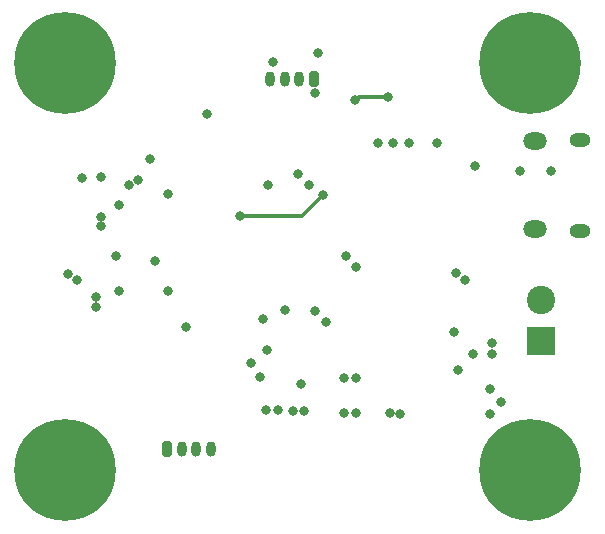
<source format=gbr>
%TF.GenerationSoftware,KiCad,Pcbnew,(6.0.1)*%
%TF.CreationDate,2022-05-18T16:29:04+06:30*%
%TF.ProjectId,STM32_USB_Buck,53544d33-325f-4555-9342-5f4275636b2e,v1.0*%
%TF.SameCoordinates,Original*%
%TF.FileFunction,Copper,L4,Bot*%
%TF.FilePolarity,Positive*%
%FSLAX46Y46*%
G04 Gerber Fmt 4.6, Leading zero omitted, Abs format (unit mm)*
G04 Created by KiCad (PCBNEW (6.0.1)) date 2022-05-18 16:29:04*
%MOMM*%
%LPD*%
G01*
G04 APERTURE LIST*
G04 Aperture macros list*
%AMRoundRect*
0 Rectangle with rounded corners*
0 $1 Rounding radius*
0 $2 $3 $4 $5 $6 $7 $8 $9 X,Y pos of 4 corners*
0 Add a 4 corners polygon primitive as box body*
4,1,4,$2,$3,$4,$5,$6,$7,$8,$9,$2,$3,0*
0 Add four circle primitives for the rounded corners*
1,1,$1+$1,$2,$3*
1,1,$1+$1,$4,$5*
1,1,$1+$1,$6,$7*
1,1,$1+$1,$8,$9*
0 Add four rect primitives between the rounded corners*
20,1,$1+$1,$2,$3,$4,$5,0*
20,1,$1+$1,$4,$5,$6,$7,0*
20,1,$1+$1,$6,$7,$8,$9,0*
20,1,$1+$1,$8,$9,$2,$3,0*%
G04 Aperture macros list end*
%TA.AperFunction,ComponentPad*%
%ADD10C,0.900000*%
%TD*%
%TA.AperFunction,ComponentPad*%
%ADD11C,8.600000*%
%TD*%
%TA.AperFunction,ComponentPad*%
%ADD12RoundRect,0.200000X-0.200000X-0.450000X0.200000X-0.450000X0.200000X0.450000X-0.200000X0.450000X0*%
%TD*%
%TA.AperFunction,ComponentPad*%
%ADD13O,0.800000X1.300000*%
%TD*%
%TA.AperFunction,ComponentPad*%
%ADD14RoundRect,0.200000X0.200000X0.450000X-0.200000X0.450000X-0.200000X-0.450000X0.200000X-0.450000X0*%
%TD*%
%TA.AperFunction,ComponentPad*%
%ADD15R,2.400000X2.400000*%
%TD*%
%TA.AperFunction,ComponentPad*%
%ADD16C,2.400000*%
%TD*%
%TA.AperFunction,ComponentPad*%
%ADD17O,1.800000X1.150000*%
%TD*%
%TA.AperFunction,ComponentPad*%
%ADD18O,2.000000X1.450000*%
%TD*%
%TA.AperFunction,ViaPad*%
%ADD19C,0.800000*%
%TD*%
%TA.AperFunction,Conductor*%
%ADD20C,0.300000*%
%TD*%
G04 APERTURE END LIST*
D10*
%TO.P,H1,1,1*%
%TO.N,GND*%
X166339019Y-90723219D03*
X161778181Y-86162381D03*
X161778181Y-90723219D03*
X167283600Y-88442800D03*
D11*
X164058600Y-88442800D03*
D10*
X164058600Y-85217800D03*
X164058600Y-91667800D03*
X160833600Y-88442800D03*
X166339019Y-86162381D03*
%TD*%
%TO.P,H3,1,1*%
%TO.N,GND*%
X166339019Y-120655581D03*
X164058600Y-119711000D03*
X161778181Y-120655581D03*
D11*
X164058600Y-122936000D03*
D10*
X160833600Y-122936000D03*
X167283600Y-122936000D03*
X166339019Y-125216419D03*
X164058600Y-126161000D03*
X161778181Y-125216419D03*
%TD*%
D12*
%TO.P,J3,1,Pin_1*%
%TO.N,+3V3*%
X133325000Y-121150000D03*
D13*
%TO.P,J3,2,Pin_2*%
%TO.N,USART3_TX*%
X134575000Y-121150000D03*
%TO.P,J3,3,Pin_3*%
%TO.N,USART3_RX*%
X135825000Y-121150000D03*
%TO.P,J3,4,Pin_4*%
%TO.N,GND*%
X137075000Y-121150000D03*
%TD*%
D14*
%TO.P,J2,1,Pin_1*%
%TO.N,+3V3*%
X145800000Y-89800000D03*
D13*
%TO.P,J2,2,Pin_2*%
%TO.N,I2C1_SCL*%
X144550000Y-89800000D03*
%TO.P,J2,3,Pin_3*%
%TO.N,I2C1_SDA*%
X143300000Y-89800000D03*
%TO.P,J2,4,Pin_4*%
%TO.N,GND*%
X142050000Y-89800000D03*
%TD*%
D11*
%TO.P,H2,1,1*%
%TO.N,GND*%
X124714000Y-122936000D03*
D10*
X124714000Y-126161000D03*
X124714000Y-119711000D03*
X126994419Y-120655581D03*
X121489000Y-122936000D03*
X126994419Y-125216419D03*
X127939000Y-122936000D03*
X122433581Y-120655581D03*
X122433581Y-125216419D03*
%TD*%
D15*
%TO.P,J5,1,Pin_1*%
%TO.N,+12V*%
X165035000Y-111960600D03*
D16*
%TO.P,J5,2,Pin_2*%
%TO.N,GND*%
X165035000Y-108460600D03*
%TD*%
D17*
%TO.P,J4,6,Shield*%
%TO.N,unconnected-(J4-Pad6)*%
X168300000Y-94925000D03*
X168300000Y-102675000D03*
D18*
X164500000Y-102525000D03*
X164500000Y-95075000D03*
%TD*%
D10*
%TO.P,H4,1,1*%
%TO.N,GND*%
X122433581Y-86162381D03*
X124714000Y-91667800D03*
X126994419Y-90723219D03*
X124714000Y-85217800D03*
X126994419Y-86162381D03*
D11*
X124714000Y-88442800D03*
D10*
X121489000Y-88442800D03*
X122433581Y-90723219D03*
X127939000Y-88442800D03*
%TD*%
D19*
%TO.N,+3V3*%
X152225000Y-118100000D03*
X148325000Y-118100000D03*
X145825000Y-109450000D03*
X131875000Y-96600000D03*
X153100000Y-118125000D03*
X141900000Y-98800000D03*
X144900000Y-117900000D03*
X143975000Y-117875000D03*
X136750000Y-92725000D03*
X141478000Y-110125000D03*
X145825000Y-91000000D03*
X148325000Y-115125000D03*
X149325000Y-118100000D03*
X151175000Y-95200000D03*
X144650000Y-115650000D03*
X127750000Y-98050000D03*
X146800000Y-110325000D03*
X141200000Y-115000000D03*
X146125000Y-87625000D03*
X142300000Y-88325000D03*
X127350000Y-109100000D03*
X141775000Y-112775000D03*
X129300000Y-100500000D03*
X127325000Y-108250000D03*
X140475000Y-113825000D03*
X134925000Y-110825000D03*
X149300000Y-115100000D03*
%TO.N,GND*%
X145375000Y-98775000D03*
X165875000Y-97550000D03*
X159200000Y-113075000D03*
X130850000Y-98300000D03*
X152475000Y-95200000D03*
X159425000Y-97125000D03*
X160675000Y-116050000D03*
X156225000Y-95200000D03*
X148450000Y-104750000D03*
X133425000Y-107775000D03*
X128975000Y-104750000D03*
X127750000Y-101450000D03*
X161625000Y-117125000D03*
X133450000Y-99550000D03*
X157650000Y-111250000D03*
X125675000Y-106850000D03*
X130125000Y-98775000D03*
X132350000Y-105200000D03*
X160850000Y-113050000D03*
X142748000Y-117856000D03*
X124950000Y-106300000D03*
X153800000Y-95225000D03*
X144400000Y-97825000D03*
X126175000Y-98200000D03*
X163200000Y-97550000D03*
X141732000Y-117856000D03*
X160825000Y-112175000D03*
X157775000Y-106250000D03*
X143350000Y-109350000D03*
X149350000Y-105700000D03*
X158000000Y-114400000D03*
X127750000Y-102275000D03*
X158600000Y-106800000D03*
X129275000Y-107775000D03*
X160650000Y-118150000D03*
%TO.N,Net-(J1-Pad4)*%
X149275000Y-91600000D03*
X152075000Y-91300000D03*
%TO.N,NRST*%
X139500000Y-101350000D03*
X146500000Y-99600000D03*
%TD*%
D20*
%TO.N,Net-(J1-Pad4)*%
X149275000Y-91600000D02*
X149575000Y-91300000D01*
X149575000Y-91300000D02*
X152075000Y-91300000D01*
%TO.N,NRST*%
X146500000Y-99600000D02*
X144750000Y-101350000D01*
X144750000Y-101350000D02*
X139500000Y-101350000D01*
%TD*%
M02*

</source>
